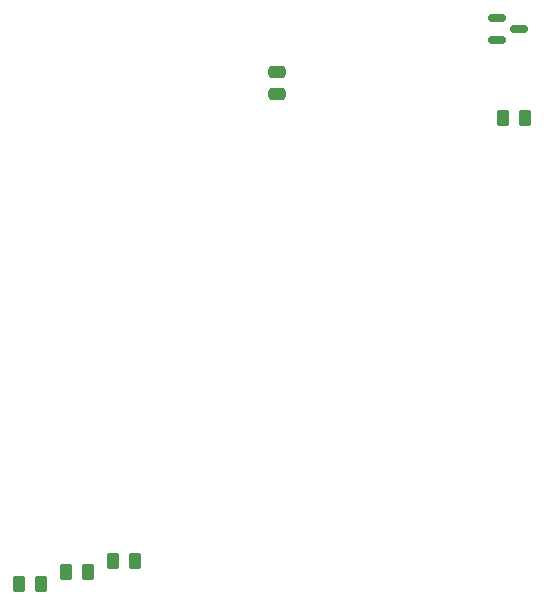
<source format=gtp>
G04 #@! TF.GenerationSoftware,KiCad,Pcbnew,9.0.0*
G04 #@! TF.CreationDate,2025-04-18T21:38:45-04:00*
G04 #@! TF.ProjectId,blood_pressure,626c6f6f-645f-4707-9265-73737572652e,rev?*
G04 #@! TF.SameCoordinates,Original*
G04 #@! TF.FileFunction,Paste,Top*
G04 #@! TF.FilePolarity,Positive*
%FSLAX46Y46*%
G04 Gerber Fmt 4.6, Leading zero omitted, Abs format (unit mm)*
G04 Created by KiCad (PCBNEW 9.0.0) date 2025-04-18 21:38:45*
%MOMM*%
%LPD*%
G01*
G04 APERTURE LIST*
G04 Aperture macros list*
%AMRoundRect*
0 Rectangle with rounded corners*
0 $1 Rounding radius*
0 $2 $3 $4 $5 $6 $7 $8 $9 X,Y pos of 4 corners*
0 Add a 4 corners polygon primitive as box body*
4,1,4,$2,$3,$4,$5,$6,$7,$8,$9,$2,$3,0*
0 Add four circle primitives for the rounded corners*
1,1,$1+$1,$2,$3*
1,1,$1+$1,$4,$5*
1,1,$1+$1,$6,$7*
1,1,$1+$1,$8,$9*
0 Add four rect primitives between the rounded corners*
20,1,$1+$1,$2,$3,$4,$5,0*
20,1,$1+$1,$4,$5,$6,$7,0*
20,1,$1+$1,$6,$7,$8,$9,0*
20,1,$1+$1,$8,$9,$2,$3,0*%
G04 Aperture macros list end*
%ADD10RoundRect,0.250000X-0.262500X-0.450000X0.262500X-0.450000X0.262500X0.450000X-0.262500X0.450000X0*%
%ADD11RoundRect,0.250000X0.475000X-0.250000X0.475000X0.250000X-0.475000X0.250000X-0.475000X-0.250000X0*%
%ADD12RoundRect,0.150000X-0.587500X-0.150000X0.587500X-0.150000X0.587500X0.150000X-0.587500X0.150000X0*%
G04 APERTURE END LIST*
D10*
X119675000Y-96500000D03*
X121500000Y-96500000D03*
X123675000Y-95500000D03*
X125500000Y-95500000D03*
D11*
X137500000Y-56000000D03*
X137500000Y-54100000D03*
D10*
X115675000Y-97500000D03*
X117500000Y-97500000D03*
D12*
X156125000Y-49550000D03*
X156125000Y-51450000D03*
X158000000Y-50500000D03*
D10*
X156675000Y-58000000D03*
X158500000Y-58000000D03*
M02*

</source>
